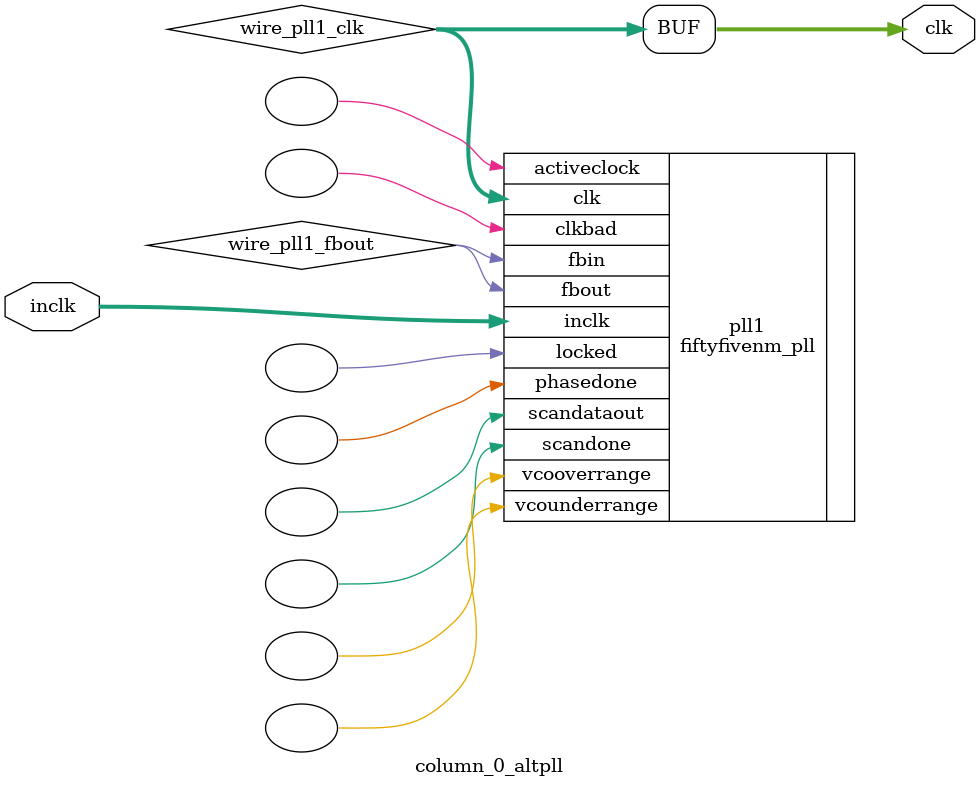
<source format=v>






//synthesis_resources = fiftyfivenm_pll 1 
//synopsys translate_off
`timescale 1 ps / 1 ps
//synopsys translate_on
module  column_0_altpll
	( 
	clk,
	inclk) /* synthesis synthesis_clearbox=1 */;
	output   [4:0]  clk;
	input   [1:0]  inclk;
`ifndef ALTERA_RESERVED_QIS
// synopsys translate_off
`endif
	tri0   [1:0]  inclk;
`ifndef ALTERA_RESERVED_QIS
// synopsys translate_on
`endif

	wire  [4:0]   wire_pll1_clk;
	wire  wire_pll1_fbout;

	fiftyfivenm_pll   pll1
	( 
	.activeclock(),
	.clk(wire_pll1_clk),
	.clkbad(),
	.fbin(wire_pll1_fbout),
	.fbout(wire_pll1_fbout),
	.inclk(inclk),
	.locked(),
	.phasedone(),
	.scandataout(),
	.scandone(),
	.vcooverrange(),
	.vcounderrange()
	`ifndef FORMAL_VERIFICATION
	// synopsys translate_off
	`endif
	,
	.areset(1'b0),
	.clkswitch(1'b0),
	.configupdate(1'b0),
	.pfdena(1'b1),
	.phasecounterselect({3{1'b0}}),
	.phasestep(1'b0),
	.phaseupdown(1'b0),
	.scanclk(1'b0),
	.scanclkena(1'b1),
	.scandata(1'b0)
	`ifndef FORMAL_VERIFICATION
	// synopsys translate_on
	`endif
	);
	defparam
		pll1.bandwidth_type = "auto",
		pll1.clk0_divide_by = 2000000,
		pll1.clk0_duty_cycle = 50,
		pll1.clk0_multiply_by = 403,
		pll1.clk0_phase_shift = "0",
		pll1.compensate_clock = "clk0",
		pll1.inclk0_input_frequency = 83333,
		pll1.operation_mode = "normal",
		pll1.pll_type = "auto",
		pll1.lpm_type = "fiftyfivenm_pll";
	assign
		clk = {wire_pll1_clk[4:0]};
endmodule //column_0_altpll
//VALID FILE

</source>
